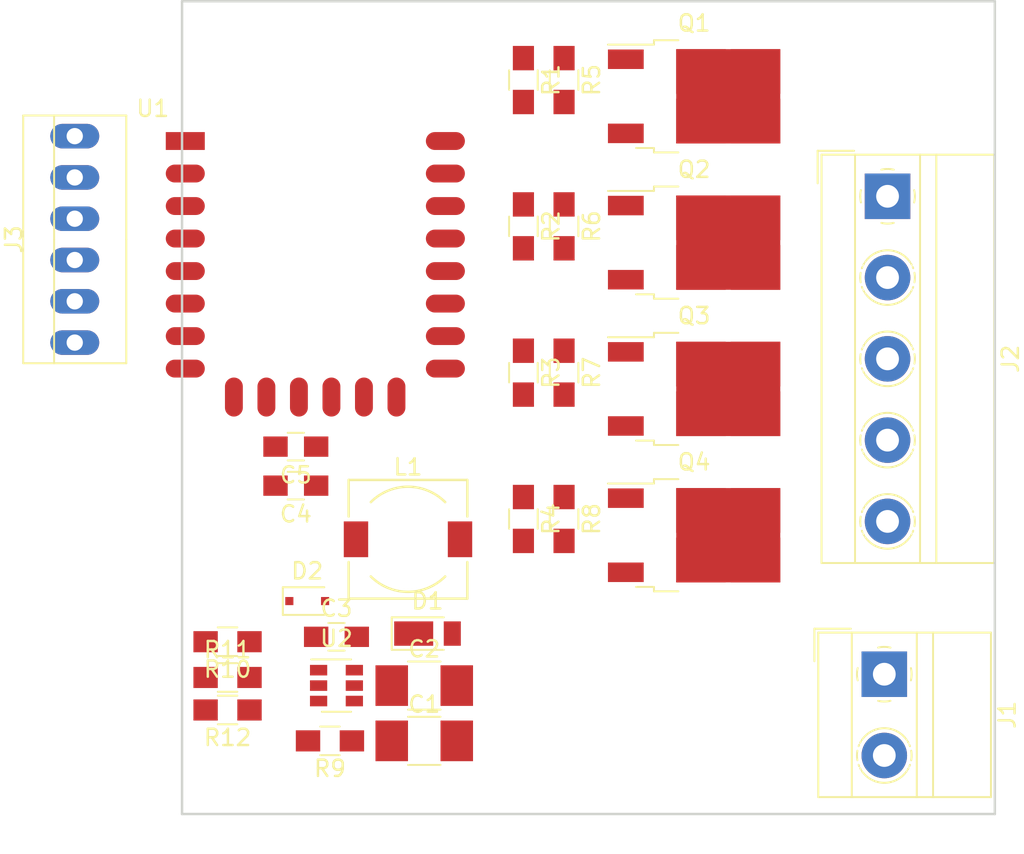
<source format=kicad_pcb>
(kicad_pcb (version 20221018) (generator pcbnew)
  (layers (0 "F.Cu" signal) (31 "B.Cu" signal) (34 "B.Paste" user) (35 "F.Paste" user) (36 "B.SilkS" user "B.Silkscreen") (37 "F.SilkS" user "F.Silkscreen") (38 "B.Mask" user) (39 "F.Mask" user) (44 "Edge.Cuts" user))
  (net 0 "")
  (net 1 "GND")
  (net 2 "Net-(Q1-Pad1)")
  (net 3 "VDD")
  (net 4 "Net-(Q2-Pad1)")
  (net 5 "Net-(Q3-Pad1)")
  (net 6 "Net-(Q4-Pad1)")
  (net 7 "Net-(R1-Pad2)")
  (net 8 "Net-(R2-Pad2)")
  (net 9 "Net-(R3-Pad2)")
  (net 10 "Net-(R4-Pad2)")
  (net 11 "Net-(U1-Pad9)")
  (net 12 "Net-(U1-Pad10)")
  (net 13 "Net-(U1-Pad11)")
  (net 14 "Net-(U1-Pad12)")
  (net 15 "Net-(U1-Pad13)")
  (net 16 "Net-(U1-Pad14)")
  (net 17 "Net-(U1-Pad1)")
  (net 18 "Net-(U1-Pad2)")
  (net 19 "Net-(U1-Pad3)")
  (net 20 "Net-(U1-Pad4)")
  (net 21 "Net-(U1-Pad5)")
  (net 22 "Net-(U1-Pad6)")
  (net 23 "Net-(U1-Pad7)")
  (net 24 "Net-(U1-Pad16)")
  (net 25 "Net-(C3-Pad1)")
  (net 26 "Net-(C3-Pad2)")
  (net 27 "+3V3")
  (net 28 "Net-(R9-Pad2)")
  (net 29 "Net-(R10-Pad2)")
  (net 30 "Net-(R11-Pad2)")
  (net 31 "Net-(J2-Pad2)")
  (net 32 "Net-(J2-Pad3)")
  (net 33 "Net-(J2-Pad4)")
  (net 34 "Net-(J3-Pad2)")
  (net 35 "Net-(J3-Pad3)")
  (net 36 "Net-(J3-Pad4)")
  (net 37 "Net-(J3-Pad5)")
  (net 38 "Net-(J3-Pad6)")
  (net 39 "Net-(J2-Pad1)")
  (footprint "TO_SOT_Packages_SMD:TO-252-2" (layer "F.Cu") (at 121.3 86.05)
    (fp_text reference "Q1" (at 0 -4.5) (layer "F.SilkS"))
    (fp_text value "Q_NMOS_GDS")
    (pad "1" smd rect (at -4.2 -2.28) (size 2.2 1.2) (layers "F.Cu" "F.Paste" "F.Mask") (net 2 "Net-(Q1-Pad1)"))
    (pad "2" smd rect (at 0.425 -1.525) (size 3.05 2.75) (layers "F.Cu" "F.Paste") (net 39 "Net-(J2-Pad1)"))
    (pad "2" smd rect (at 0.425 1.525) (size 3.05 2.75) (layers "F.Cu" "F.Paste") (net 39 "Net-(J2-Pad1)"))
    (pad "2" smd rect (at 2.1 0) (size 6.4 5.8) (layers "F.Cu" "F.Mask") (net 39 "Net-(J2-Pad1)"))
    (pad "2" smd rect (at 3.775 -1.525) (size 3.05 2.75) (layers "F.Cu" "F.Paste") (net 39 "Net-(J2-Pad1)"))
    (pad "2" smd rect (at 3.775 1.525) (size 3.05 2.75) (layers "F.Cu" "F.Paste") (net 39 "Net-(J2-Pad1)"))
    (pad "3" smd rect (at -4.2 2.28) (size 2.2 1.2) (layers "F.Cu" "F.Paste" "F.Mask") (net 1 "GND"))
  )
  (footprint "TO_SOT_Packages_SMD:TO-252-2" (layer "F.Cu") (at 121.3 95.05)
    (fp_text reference "Q2" (at 0 -4.5) (layer "F.SilkS"))
    (fp_text value "Q_NMOS_GDS")
    (pad "1" smd rect (at -4.2 -2.28) (size 2.2 1.2) (layers "F.Cu" "F.Paste" "F.Mask") (net 4 "Net-(Q2-Pad1)"))
    (pad "2" smd rect (at 0.425 -1.525) (size 3.05 2.75) (layers "F.Cu" "F.Paste") (net 31 "Net-(J2-Pad2)"))
    (pad "2" smd rect (at 0.425 1.525) (size 3.05 2.75) (layers "F.Cu" "F.Paste") (net 31 "Net-(J2-Pad2)"))
    (pad "2" smd rect (at 2.1 0) (size 6.4 5.8) (layers "F.Cu" "F.Mask") (net 31 "Net-(J2-Pad2)"))
    (pad "2" smd rect (at 3.775 -1.525) (size 3.05 2.75) (layers "F.Cu" "F.Paste") (net 31 "Net-(J2-Pad2)"))
    (pad "2" smd rect (at 3.775 1.525) (size 3.05 2.75) (layers "F.Cu" "F.Paste") (net 31 "Net-(J2-Pad2)"))
    (pad "3" smd rect (at -4.2 2.28) (size 2.2 1.2) (layers "F.Cu" "F.Paste" "F.Mask") (net 1 "GND"))
  )
  (footprint "TO_SOT_Packages_SMD:TO-252-2" (layer "F.Cu") (at 121.3 104.05)
    (fp_text reference "Q3" (at 0 -4.5) (layer "F.SilkS"))
    (fp_text value "Q_NMOS_GDS")
    (pad "1" smd rect (at -4.2 -2.28) (size 2.2 1.2) (layers "F.Cu" "F.Paste" "F.Mask") (net 5 "Net-(Q3-Pad1)"))
    (pad "2" smd rect (at 0.425 -1.525) (size 3.05 2.75) (layers "F.Cu" "F.Paste") (net 32 "Net-(J2-Pad3)"))
    (pad "2" smd rect (at 0.425 1.525) (size 3.05 2.75) (layers "F.Cu" "F.Paste") (net 32 "Net-(J2-Pad3)"))
    (pad "2" smd rect (at 2.1 0) (size 6.4 5.8) (layers "F.Cu" "F.Mask") (net 32 "Net-(J2-Pad3)"))
    (pad "2" smd rect (at 3.775 -1.525) (size 3.05 2.75) (layers "F.Cu" "F.Paste") (net 32 "Net-(J2-Pad3)"))
    (pad "2" smd rect (at 3.775 1.525) (size 3.05 2.75) (layers "F.Cu" "F.Paste") (net 32 "Net-(J2-Pad3)"))
    (pad "3" smd rect (at -4.2 2.28) (size 2.2 1.2) (layers "F.Cu" "F.Paste" "F.Mask") (net 1 "GND"))
  )
  (footprint "TO_SOT_Packages_SMD:TO-252-2" (layer "F.Cu") (at 121.3 113.05)
    (fp_text reference "Q4" (at 0 -4.5) (layer "F.SilkS"))
    (fp_text value "Q_NMOS_GDS")
    (pad "1" smd rect (at -4.2 -2.28) (size 2.2 1.2) (layers "F.Cu" "F.Paste" "F.Mask") (net 6 "Net-(Q4-Pad1)"))
    (pad "2" smd rect (at 0.425 -1.525) (size 3.05 2.75) (layers "F.Cu" "F.Paste") (net 33 "Net-(J2-Pad4)"))
    (pad "2" smd rect (at 0.425 1.525) (size 3.05 2.75) (layers "F.Cu" "F.Paste") (net 33 "Net-(J2-Pad4)"))
    (pad "2" smd rect (at 2.1 0) (size 6.4 5.8) (layers "F.Cu" "F.Mask") (net 33 "Net-(J2-Pad4)"))
    (pad "2" smd rect (at 3.775 -1.525) (size 3.05 2.75) (layers "F.Cu" "F.Paste") (net 33 "Net-(J2-Pad4)"))
    (pad "2" smd rect (at 3.775 1.525) (size 3.05 2.75) (layers "F.Cu" "F.Paste") (net 33 "Net-(J2-Pad4)"))
    (pad "3" smd rect (at -4.2 2.28) (size 2.2 1.2) (layers "F.Cu" "F.Paste" "F.Mask") (net 1 "GND"))
  )
  (footprint "Resistors_SMD:R_0805_HandSoldering" (layer "F.Cu") (at 110.8 85.05 -90)
    (fp_text reference "R1" (at 0 -1.7 270) (layer "F.SilkS"))
    (fp_text value "10")
    (pad "1" smd rect (at -1.35 0 270) (size 1.5 1.3) (layers "F.Cu" "F.Paste" "F.Mask") (net 2 "Net-(Q1-Pad1)"))
    (pad "2" smd rect (at 1.35 0 270) (size 1.5 1.3) (layers "F.Cu" "F.Paste" "F.Mask") (net 7 "Net-(R1-Pad2)"))
  )
  (footprint "Resistors_SMD:R_0805_HandSoldering" (layer "F.Cu") (at 110.8 94.05 -90)
    (fp_text reference "R2" (at 0 -1.7 270) (layer "F.SilkS"))
    (fp_text value "10")
    (pad "1" smd rect (at -1.35 0 270) (size 1.5 1.3) (layers "F.Cu" "F.Paste" "F.Mask") (net 4 "Net-(Q2-Pad1)"))
    (pad "2" smd rect (at 1.35 0 270) (size 1.5 1.3) (layers "F.Cu" "F.Paste" "F.Mask") (net 8 "Net-(R2-Pad2)"))
  )
  (footprint "Resistors_SMD:R_0805_HandSoldering" (layer "F.Cu") (at 110.8 103.05 -90)
    (fp_text reference "R3" (at 0 -1.7 270) (layer "F.SilkS"))
    (fp_text value "10")
    (pad "1" smd rect (at -1.35 0 270) (size 1.5 1.3) (layers "F.Cu" "F.Paste" "F.Mask") (net 5 "Net-(Q3-Pad1)"))
    (pad "2" smd rect (at 1.35 0 270) (size 1.5 1.3) (layers "F.Cu" "F.Paste" "F.Mask") (net 9 "Net-(R3-Pad2)"))
  )
  (footprint "Resistors_SMD:R_0805_HandSoldering" (layer "F.Cu") (at 110.8 112.05 -90)
    (fp_text reference "R4" (at 0 -1.7 270) (layer "F.SilkS"))
    (fp_text value "10")
    (pad "1" smd rect (at -1.35 0 270) (size 1.5 1.3) (layers "F.Cu" "F.Paste" "F.Mask") (net 6 "Net-(Q4-Pad1)"))
    (pad "2" smd rect (at 1.35 0 270) (size 1.5 1.3) (layers "F.Cu" "F.Paste" "F.Mask") (net 10 "Net-(R4-Pad2)"))
  )
  (footprint "Resistors_SMD:R_0805_HandSoldering" (layer "F.Cu") (at 113.3 85.05 -90)
    (fp_text reference "R5" (at 0 -1.7 270) (layer "F.SilkS"))
    (fp_text value "100k")
    (pad "1" smd rect (at -1.35 0 270) (size 1.5 1.3) (layers "F.Cu" "F.Paste" "F.Mask") (net 2 "Net-(Q1-Pad1)"))
    (pad "2" smd rect (at 1.35 0 270) (size 1.5 1.3) (layers "F.Cu" "F.Paste" "F.Mask") (net 1 "GND"))
  )
  (footprint "Resistors_SMD:R_0805_HandSoldering" (layer "F.Cu") (at 113.3 94.05 -90)
    (fp_text reference "R6" (at 0 -1.7 270) (layer "F.SilkS"))
    (fp_text value "100k")
    (pad "1" smd rect (at -1.35 0 270) (size 1.5 1.3) (layers "F.Cu" "F.Paste" "F.Mask") (net 4 "Net-(Q2-Pad1)"))
    (pad "2" smd rect (at 1.35 0 270) (size 1.5 1.3) (layers "F.Cu" "F.Paste" "F.Mask") (net 1 "GND"))
  )
  (footprint "Resistors_SMD:R_0805_HandSoldering" (layer "F.Cu") (at 113.3 103.05 -90)
    (fp_text reference "R7" (at 0 -1.7 270) (layer "F.SilkS"))
    (fp_text value "100k")
    (pad "1" smd rect (at -1.35 0 270) (size 1.5 1.3) (layers "F.Cu" "F.Paste" "F.Mask") (net 5 "Net-(Q3-Pad1)"))
    (pad "2" smd rect (at 1.35 0 270) (size 1.5 1.3) (layers "F.Cu" "F.Paste" "F.Mask") (net 1 "GND"))
  )
  (footprint "Resistors_SMD:R_0805_HandSoldering" (layer "F.Cu") (at 113.3 112.05 -90)
    (fp_text reference "R8" (at 0 -1.7 270) (layer "F.SilkS"))
    (fp_text value "100k")
    (pad "1" smd rect (at -1.35 0 270) (size 1.5 1.3) (layers "F.Cu" "F.Paste" "F.Mask") (net 6 "Net-(Q4-Pad1)"))
    (pad "2" smd rect (at 1.35 0 270) (size 1.5 1.3) (layers "F.Cu" "F.Paste" "F.Mask") (net 1 "GND"))
  )
  (footprint "ESP8266:ESP-12E" (layer "F.Cu") (at 90 88.8)
    (fp_text reference "U1" (at -2 -2) (layer "F.SilkS"))
    (fp_text value "ESP-12E")
    (pad "1" smd rect (at 0 0) (size 2.4 1.1) (layers "F.Cu" "F.Paste" "F.Mask") (net 17 "Net-(U1-Pad1)"))
    (pad "2" smd oval (at 0 2) (size 2.4 1.1) (layers "F.Cu" "F.Paste" "F.Mask") (net 18 "Net-(U1-Pad2)"))
    (pad "3" smd oval (at 0 4) (size 2.4 1.1) (layers "F.Cu" "F.Paste" "F.Mask") (net 19 "Net-(U1-Pad3)"))
    (pad "4" smd oval (at 0 6) (size 2.4 1.1) (layers "F.Cu" "F.Paste" "F.Mask") (net 20 "Net-(U1-Pad4)"))
    (pad "5" smd oval (at 0 8) (size 2.4 1.1) (layers "F.Cu" "F.Paste" "F.Mask") (net 21 "Net-(U1-Pad5)"))
    (pad "6" smd oval (at 0 10) (size 2.4 1.1) (layers "F.Cu" "F.Paste" "F.Mask") (net 22 "Net-(U1-Pad6)"))
    (pad "7" smd oval (at 0 12) (size 2.4 1.1) (layers "F.Cu" "F.Paste" "F.Mask") (net 23 "Net-(U1-Pad7)"))
    (pad "8" smd oval (at 0 14) (size 2.4 1.1) (layers "F.Cu" "F.Paste" "F.Mask") (net 27 "+3V3"))
    (pad "9" smd oval (at 2.99 15.75 90) (size 2.4 1.1) (layers "F.Cu" "F.Paste" "F.Mask") (net 11 "Net-(U1-Pad9)"))
    (pad "10" smd oval (at 4.99 15.75 90) (size 2.4 1.1) (layers "F.Cu" "F.Paste" "F.Mask") (net 12 "Net-(U1-Pad10)"))
    (pad "11" smd oval (at 6.99 15.75 90) (size 2.4 1.1) (layers "F.Cu" "F.Paste" "F.Mask") (net 13 "Net-(U1-Pad11)"))
    (pad "12" smd oval (at 8.99 15.75 90) (size 2.4 1.1) (layers "F.Cu" "F.Paste" "F.Mask") (net 14 "Net-(U1-Pad12)"))
    (pad "13" smd oval (at 10.99 15.75 90) (size 2.4 1.1) (layers "F.Cu" "F.Paste" "F.Mask") (net 15 "Net-(U1-Pad13)"))
    (pad "14" smd oval (at 12.99 15.75 90) (size 2.4 1.1) (layers "F.Cu" "F.Paste" "F.Mask") (net 16 "Net-(U1-Pad14)"))
    (pad "15" smd oval (at 16 14) (size 2.4 1.1) (layers "F.Cu" "F.Paste" "F.Mask") (net 1 "GND"))
    (pad "16" smd oval (at 16 12) (size 2.4 1.1) (layers "F.Cu" "F.Paste" "F.Mask") (net 24 "Net-(U1-Pad16)"))
    (pad "17" smd oval (at 16 10) (size 2.4 1.1) (layers "F.Cu" "F.Paste" "F.Mask") (net 10 "Net-(R4-Pad2)"))
    (pad "18" smd oval (at 16 8) (size 2.4 1.1) (layers "F.Cu" "F.Paste" "F.Mask") (net 9 "Net-(R3-Pad2)"))
    (pad "19" smd oval (at 16 6) (size 2.4 1.1) (layers "F.Cu" "F.Paste" "F.Mask") (net 8 "Net-(R2-Pad2)"))
    (pad "20" smd oval (at 16 4) (size 2.4 1.1) (layers "F.Cu" "F.Paste" "F.Mask") (net 7 "Net-(R1-Pad2)"))
    (pad "21" smd oval (at 16 2) (size 2.4 1.1) (layers "F.Cu" "F.Paste" "F.Mask") (net 37 "Net-(J3-Pad5)"))
    (pad "22" smd oval (at 16 0) (size 2.4 1.1) (layers "F.Cu" "F.Paste" "F.Mask") (net 36 "Net-(J3-Pad4)"))
  )
  (footprint "Capacitors_SMD:C_1210_HandSoldering" (layer "F.Cu") (at 104.7 125.7)
    (fp_text reference "C1" (at 0 -2.25) (layer "F.SilkS"))
    (fp_text value "4.7uF")
    (pad "1" smd rect (at -2 0) (size 2 2.5) (layers "F.Cu" "F.Paste" "F.Mask") (net 3 "VDD"))
    (pad "2" smd rect (at 2 0) (size 2 2.5) (layers "F.Cu" "F.Paste" "F.Mask") (net 1 "GND"))
  )
  (footprint "Capacitors_SMD:C_1210_HandSoldering" (layer "F.Cu") (at 104.7 122.3)
    (fp_text reference "C2" (at 0 -2.25) (layer "F.SilkS"))
    (fp_text value "4.7uF")
    (pad "1" smd rect (at -2 0) (size 2 2.5) (layers "F.Cu" "F.Paste" "F.Mask") (net 3 "VDD"))
    (pad "2" smd rect (at 2 0) (size 2 2.5) (layers "F.Cu" "F.Paste" "F.Mask") (net 1 "GND"))
  )
  (footprint "Capacitors_SMD:C_0805_HandSoldering" (layer "F.Cu") (at 99.3 119.3)
    (fp_text reference "C3" (at 0 -1.75) (layer "F.SilkS"))
    (fp_text value "100nF")
    (pad "1" smd rect (at -1.25 0) (size 1.5 1.25) (layers "F.Cu" "F.Paste" "F.Mask") (net 25 "Net-(C3-Pad1)"))
    (pad "2" smd rect (at 1.25 0) (size 1.5 1.25) (layers "F.Cu" "F.Paste" "F.Mask") (net 26 "Net-(C3-Pad2)"))
  )
  (footprint "Capacitors_SMD:C_0805_HandSoldering" (layer "F.Cu") (at 96.8 110 180)
    (fp_text reference "C4" (at 0 -1.75 180) (layer "F.SilkS"))
    (fp_text value "10uF")
    (pad "1" smd rect (at -1.25 0 180) (size 1.5 1.25) (layers "F.Cu" "F.Paste" "F.Mask") (net 27 "+3V3"))
    (pad "2" smd rect (at 1.25 0 180) (size 1.5 1.25) (layers "F.Cu" "F.Paste" "F.Mask") (net 1 "GND"))
  )
  (footprint "Capacitors_SMD:C_0805_HandSoldering" (layer "F.Cu") (at 96.8 107.6 180)
    (fp_text reference "C5" (at 0 -1.75 180) (layer "F.SilkS"))
    (fp_text value "10uF")
    (pad "1" smd rect (at -1.25 0 180) (size 1.5 1.25) (layers "F.Cu" "F.Paste" "F.Mask") (net 27 "+3V3"))
    (pad "2" smd rect (at 1.25 0 180) (size 1.5 1.25) (layers "F.Cu" "F.Paste" "F.Mask") (net 1 "GND"))
  )
  (footprint "Diodes_SMD:D_SOD-323F" (layer "F.Cu") (at 97.5 117.1)
    (fp_text reference "D2" (at 0 -1.85) (layer "F.SilkS"))
    (fp_text value "D_Small")
    (pad "1" smd rect (at -1.1 0) (size 0.5 0.5) (layers "F.Cu" "F.Paste" "F.Mask") (net 25 "Net-(C3-Pad1)"))
    (pad "2" smd rect (at 1.1 0) (size 0.5 0.5) (layers "F.Cu" "F.Paste" "F.Mask") (net 27 "+3V3"))
  )
  (footprint "Choke_SMD:Choke_SMD_7.3x7.3_H4.5" (layer "F.Cu") (at 103.7 113.3)
    (fp_text reference "L1" (at 0 -4.445) (layer "F.SilkS"))
    (fp_text value "15uH")
    (pad "1" smd rect (at -3.2 0) (size 1.5 2.2) (layers "F.Cu" "F.Paste" "F.Mask") (net 27 "+3V3"))
    (pad "2" smd rect (at 3.2 0) (size 1.5 2.2) (layers "F.Cu" "F.Paste" "F.Mask") (net 26 "Net-(C3-Pad2)"))
  )
  (footprint "Resistors_SMD:R_0805_HandSoldering" (layer "F.Cu") (at 98.9 125.7 180)
    (fp_text reference "R9" (at 0 -1.7 180) (layer "F.SilkS"))
    (fp_text value "1M")
    (pad "1" smd rect (at -1.35 0 180) (size 1.5 1.3) (layers "F.Cu" "F.Paste" "F.Mask") (net 3 "VDD"))
    (pad "2" smd rect (at 1.35 0 180) (size 1.5 1.3) (layers "F.Cu" "F.Paste" "F.Mask") (net 28 "Net-(R9-Pad2)"))
  )
  (footprint "Resistors_SMD:R_0805_HandSoldering" (layer "F.Cu") (at 92.6 119.6 180)
    (fp_text reference "R10" (at 0 -1.7 180) (layer "F.SilkS"))
    (fp_text value "10")
    (pad "1" smd rect (at -1.35 0 180) (size 1.5 1.3) (layers "F.Cu" "F.Paste" "F.Mask") (net 27 "+3V3"))
    (pad "2" smd rect (at 1.35 0 180) (size 1.5 1.3) (layers "F.Cu" "F.Paste" "F.Mask") (net 29 "Net-(R10-Pad2)"))
  )
  (footprint "Resistors_SMD:R_0805_HandSoldering" (layer "F.Cu") (at 92.6 121.8)
    (fp_text reference "R11" (at 0 -1.7) (layer "F.SilkS"))
    (fp_text value "31.6k")
    (pad "1" smd rect (at -1.35 0) (size 1.5 1.3) (layers "F.Cu" "F.Paste" "F.Mask") (net 29 "Net-(R10-Pad2)"))
    (pad "2" smd rect (at 1.35 0) (size 1.5 1.3) (layers "F.Cu" "F.Paste" "F.Mask") (net 30 "Net-(R11-Pad2)"))
  )
  (footprint "Resistors_SMD:R_0805_HandSoldering" (layer "F.Cu") (at 92.6 123.8 180)
    (fp_text reference "R12" (at 0 -1.7 180) (layer "F.SilkS"))
    (fp_text value "10k")
    (pad "1" smd rect (at -1.35 0 180) (size 1.5 1.3) (layers "F.Cu" "F.Paste" "F.Mask") (net 30 "Net-(R11-Pad2)"))
    (pad "2" smd rect (at 1.35 0 180) (size 1.5 1.3) (layers "F.Cu" "F.Paste" "F.Mask") (net 1 "GND"))
  )
  (footprint "TO_SOT_Packages_SMD:SOT-23-6" (layer "F.Cu") (at 99.3 122.3)
    (fp_text reference "U2" (at 0 -2.9) (layer "F.SilkS"))
    (fp_text value "MCP16301")
    (pad "1" smd rect (at -1.1 -0.95) (size 1.06 0.65) (layers "F.Cu" "F.Paste" "F.Mask") (net 25 "Net-(C3-Pad1)"))
    (pad "2" smd rect (at -1.1 0) (size 1.06 0.65) (layers "F.Cu" "F.Paste" "F.Mask") (net 1 "GND"))
    (pad "3" smd rect (at -1.1 0.95) (size 1.06 0.65) (layers "F.Cu" "F.Paste" "F.Mask") (net 30 "Net-(R11-Pad2)"))
    (pad "4" smd rect (at 1.1 0.95) (size 1.06 0.65) (layers "F.Cu" "F.Paste" "F.Mask") (net 28 "Net-(R9-Pad2)"))
    (pad "5" smd rect (at 1.1 0) (size 1.06 0.65) (layers "F.Cu" "F.Paste" "F.Mask") (net 3 "VDD"))
    (pad "6" smd rect (at 1.1 -0.95) (size 1.06 0.65) (layers "F.Cu" "F.Paste" "F.Mask") (net 26 "Net-(C3-Pad2)"))
  )
  (footprint "Diodes_SMD:D_PowerDI-123" (layer "F.Cu") (at 104.9 119.1)
    (fp_text reference "D1" (at 0 -2) (layer "F.SilkS"))
    (fp_text value "D_Schottky_Small")
    (pad "1" smd rect (at -0.85 0 180) (size 2.4 1.5) (layers "F.Cu" "F.Paste" "F.Mask") (net 26 "Net-(C3-Pad2)"))
    (pad "2" smd rect (at 1.525 0 180) (size 1.05 1.5) (layers "F.Cu" "F.Paste" "F.Mask") (net 1 "GND"))
  )
  (footprint "TerminalBlock_MetzConnect:TerminalBlock_MetzConnect_Type011_RT05505HBWC_Pitch5.00mm" (layer "F.Cu") (at 133.2 92.2 -90)
    (fp_text reference "J2" (at 10 -7.56 270) (layer "F.SilkS"))
    (fp_text value "Screw_Terminal_01x05")
    (pad "1" thru_hole rect (at 0 0 270) (size 2.8 2.8) (drill 1.4) (layers "*.Cu" "*.Mask") (net 39 "Net-(J2-Pad1)"))
    (pad "2" thru_hole circle (at 5 0 270) (size 2.8 2.8) (drill 1.4) (layers "*.Cu" "*.Mask") (net 31 "Net-(J2-Pad2)"))
    (pad "3" thru_hole circle (at 10 0 270) (size 2.8 2.8) (drill 1.4) (layers "*.Cu" "*.Mask") (net 32 "Net-(J2-Pad3)"))
    (pad "4" thru_hole circle (at 15 0 270) (size 2.8 2.8) (drill 1.4) (layers "*.Cu" "*.Mask") (net 33 "Net-(J2-Pad4)"))
    (pad "5" thru_hole circle (at 20 0 270) (size 2.8 2.8) (drill 1.4) (layers "*.Cu" "*.Mask") (net 3 "VDD"))
  )
  (footprint "TerminalBlock_MetzConnect:TerminalBlock_MetzConnect_Type011_RT05502HBWC_Pitch5.00mm" (layer "F.Cu") (at 133 121.6 -90)
    (fp_text reference "J1" (at 2.5 -7.56 270) (layer "F.SilkS"))
    (fp_text value "Screw_Terminal_01x02")
    (pad "1" thru_hole rect (at 0 0 270) (size 2.8 2.8) (drill 1.4) (layers "*.Cu" "*.Mask") (net 3 "VDD"))
    (pad "2" thru_hole circle (at 5 0 270) (size 2.8 2.8) (drill 1.4) (layers "*.Cu" "*.Mask") (net 1 "GND"))
  )
  (footprint "Connectors:PINHEAD1-6" (layer "F.Cu") (at 83.2 101.2 90)
    (fp_text reference "J3" (at 6.35 -3.75 90) (layer "F.SilkS"))
    (fp_text value "Conn_01x06")
    (pad "1" thru_hole oval (at 0 0 90) (size 1.51 3.01) (drill 1) (layers "*.Cu" "*.Mask") (net 1 "GND"))
    (pad "2" thru_hole oval (at 2.54 0 90) (size 1.51 3.01) (drill 1) (layers "*.Cu" "*.Mask") (net 34 "Net-(J3-Pad2)"))
    (pad "3" thru_hole oval (at 5.08 0 90) (size 1.51 3.01) (drill 1) (layers "*.Cu" "*.Mask") (net 35 "Net-(J3-Pad3)"))
    (pad "4" thru_hole oval (at 7.62 0 90) (size 1.51 3.01) (drill 1) (layers "*.Cu" "*.Mask") (net 36 "Net-(J3-Pad4)"))
    (pad "5" thru_hole oval (at 10.16 0 90) (size 1.51 3.01) (drill 1) (layers "*.Cu" "*.Mask") (net 37 "Net-(J3-Pad5)"))
    (pad "6" thru_hole oval (at 12.7 0 90) (size 1.51 3.01) (drill 1) (layers "*.Cu" "*.Mask") (net 38 "Net-(J3-Pad6)"))
  )
  (gr_line (start 89.8 130.2) (end 89.8 80.2) (stroke (width 0.15)) (layer "Edge.Cuts"))
  (gr_line (start 139.8 130.2) (end 89.8 130.2) (stroke (width 0.15)) (layer "Edge.Cuts"))
  (gr_line (start 139.8 80.2) (end 139.8 130.2) (stroke (width 0.15)) (layer "Edge.Cuts"))
  (gr_line (start 89.8 80.2) (end 139.8 80.2) (stroke (width 0.15)) (layer "Edge.Cuts"))
)
</source>
